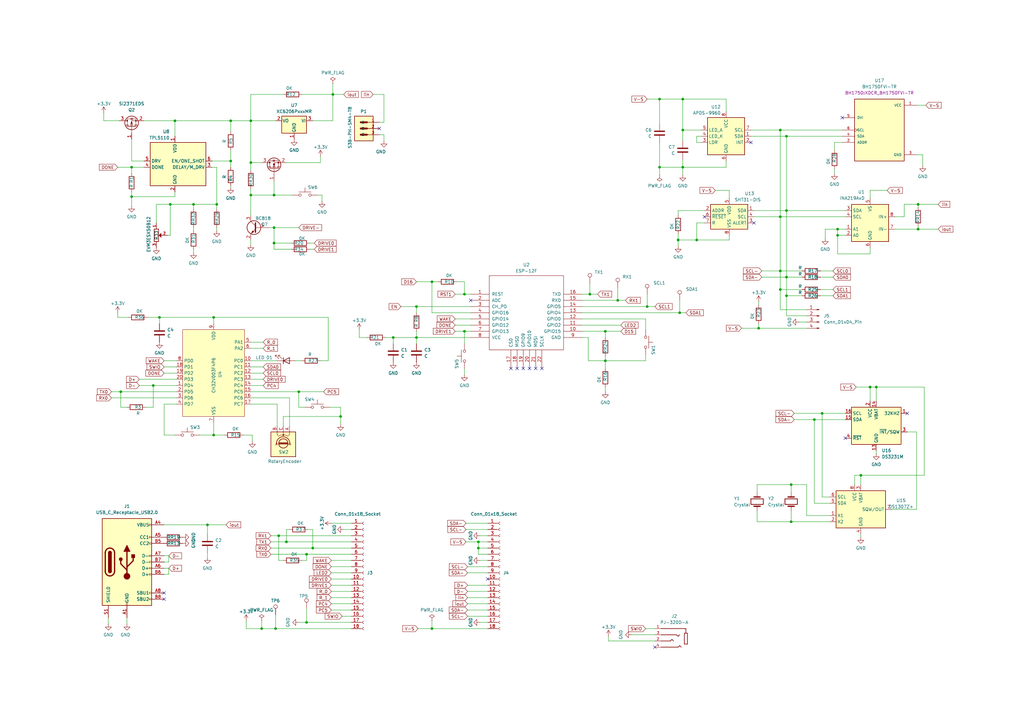
<source format=kicad_sch>
(kicad_sch (version 20230121) (generator eeschema)
  (paper "A3")
  (junction (at 343.535 96.52))
  (junction (at 280.035 53.34))
  (junction (at 320.04 111.125))
  (junction (at 87.63 178.435))
  (junction (at 343.535 93.98))
  (junction (at 49.53 160.655))
  (junction (at 161.29 138.43))
  (junction (at 356.87 158.75))
  (junction (at 85.09 215.265))
  (junction (at 128.27 224.79))
  (junction (at 248.285 147.955))
  (junction (at 94.615 66.04))
  (junction (at 359.41 158.75))
  (junction (at 62.865 158.115))
  (junction (at 320.04 118.745))
  (junction (at 177.165 257.81))
  (junction (at 334.01 172.085))
  (junction (at 320.04 53.34))
  (junction (at 139.7 170.815))
  (junction (at 88.9 83.82))
  (junction (at 196.215 224.79))
  (junction (at 322.58 86.36))
  (junction (at 112.395 99.695))
  (junction (at 253.365 123.19))
  (junction (at 376.555 93.98))
  (junction (at 122.555 160.655))
  (junction (at 125.73 255.27))
  (junction (at 270.51 68.58))
  (junction (at 322.58 55.88))
  (junction (at 265.43 125.73))
  (junction (at 170.815 138.43))
  (junction (at 324.485 198.755))
  (junction (at 353.06 194.945))
  (junction (at 53.975 80.645))
  (junction (at 278.765 128.27))
  (junction (at 79.375 83.82))
  (junction (at 280.035 68.58))
  (junction (at 280.035 40.64))
  (junction (at 53.975 68.58))
  (junction (at 324.485 213.995))
  (junction (at 87.63 130.175))
  (junction (at 177.165 115.57))
  (junction (at 107.315 257.81))
  (junction (at 322.58 113.665))
  (junction (at 320.04 88.9))
  (junction (at 113.03 257.81))
  (junction (at 196.215 222.25))
  (junction (at 270.51 40.64))
  (junction (at 112.395 93.345))
  (junction (at 248.285 135.89))
  (junction (at 125.73 227.33))
  (junction (at 102.87 49.53))
  (junction (at 322.58 121.285))
  (junction (at 69.85 83.82))
  (junction (at 190.5 135.89))
  (junction (at 190.5 120.65))
  (junction (at 170.815 125.73))
  (junction (at 112.395 80.01))
  (junction (at 285.75 98.425))
  (junction (at 376.555 83.82))
  (junction (at 278.13 98.425))
  (junction (at 117.475 222.25))
  (junction (at 337.185 169.545))
  (junction (at 114.3 219.71))
  (junction (at 102.87 66.675))
  (junction (at 241.935 120.65))
  (junction (at 94.615 49.53))
  (junction (at 102.87 80.01))
  (junction (at 311.15 134.62))
  (junction (at 136.525 38.735))
  (junction (at 65.405 130.175))
  (junction (at 71.755 49.53))
  (no_connect (at 309.245 91.44))
  (no_connect (at 214.63 151.13))
  (no_connect (at 268.605 265.43))
  (no_connect (at 209.55 151.13))
  (no_connect (at 193.04 123.19))
  (no_connect (at 67.31 243.205))
  (no_connect (at 307.975 58.42))
  (no_connect (at 200.025 237.49))
  (no_connect (at 372.11 169.545))
  (no_connect (at 219.71 151.13))
  (no_connect (at 212.09 151.13))
  (no_connect (at 67.31 245.745))
  (no_connect (at 288.925 88.9))
  (no_connect (at 345.44 48.26))
  (no_connect (at 222.25 151.13))
  (no_connect (at 346.71 179.705))
  (no_connect (at 217.17 151.13))
  (no_connect (at 155.575 52.705))
  (wire (pts (xy 130.175 80.01) (xy 132.08 80.01)))
  (wire (pts (xy 170.815 125.73) (xy 170.815 128.27)))
  (wire (pts (xy 67.31 150.495) (xy 72.39 150.495)))
  (wire (pts (xy 102.87 147.955) (xy 113.665 147.955)))
  (wire (pts (xy 131.445 66.675) (xy 117.475 66.675)))
  (wire (pts (xy 356.87 158.75) (xy 356.87 164.465)))
  (wire (pts (xy 322.58 121.285) (xy 322.58 113.665)))
  (wire (pts (xy 324.485 213.995) (xy 340.36 213.995)))
  (wire (pts (xy 158.115 138.43) (xy 161.29 138.43)))
  (wire (pts (xy 249.555 260.985) (xy 249.555 262.89)))
  (wire (pts (xy 170.815 138.43) (xy 170.815 140.97)))
  (wire (pts (xy 264.795 147.955) (xy 248.285 147.955)))
  (wire (pts (xy 122.555 167.005) (xy 125.095 167.005)))
  (wire (pts (xy 187.325 115.57) (xy 190.5 115.57)))
  (wire (pts (xy 287.655 58.42) (xy 285.75 58.42)))
  (wire (pts (xy 248.285 135.89) (xy 254.635 135.89)))
  (wire (pts (xy 310.515 201.93) (xy 310.515 198.755)))
  (wire (pts (xy 311.15 134.62) (xy 330.835 134.62)))
  (wire (pts (xy 238.76 120.65) (xy 241.935 120.65)))
  (wire (pts (xy 52.07 167.005) (xy 49.53 167.005)))
  (wire (pts (xy 359.41 158.75) (xy 359.41 164.465)))
  (wire (pts (xy 69.215 230.505) (xy 67.31 230.505)))
  (wire (pts (xy 285.75 55.88) (xy 287.655 55.88)))
  (wire (pts (xy 196.215 227.33) (xy 196.215 224.79)))
  (wire (pts (xy 320.04 53.34) (xy 320.04 88.9)))
  (wire (pts (xy 248.285 158.75) (xy 248.285 160.655)))
  (wire (pts (xy 94.615 76.2) (xy 94.615 76.835)))
  (wire (pts (xy 147.32 135.255) (xy 147.32 138.43)))
  (wire (pts (xy 259.08 260.35) (xy 268.605 260.35)))
  (wire (pts (xy 350.52 194.945) (xy 353.06 194.945)))
  (wire (pts (xy 278.13 88.265) (xy 278.13 86.36)))
  (wire (pts (xy 136.525 38.735) (xy 136.525 49.53)))
  (wire (pts (xy 125.73 255.27) (xy 144.145 255.27)))
  (wire (pts (xy 157.48 38.735) (xy 153.035 38.735)))
  (wire (pts (xy 350.52 194.945) (xy 350.52 198.755)))
  (wire (pts (xy 94.615 49.53) (xy 71.755 49.53)))
  (wire (pts (xy 337.185 203.835) (xy 337.185 169.545)))
  (wire (pts (xy 376.555 83.82) (xy 376.555 85.09)))
  (wire (pts (xy 128.905 102.235) (xy 127 102.235)))
  (wire (pts (xy 135.89 245.11) (xy 144.145 245.11)))
  (wire (pts (xy 122.555 167.005) (xy 122.555 160.655)))
  (wire (pts (xy 107.95 142.875) (xy 102.87 142.875)))
  (wire (pts (xy 53.975 66.04) (xy 53.975 57.15)))
  (wire (pts (xy 285.75 58.42) (xy 285.75 55.88)))
  (wire (pts (xy 280.035 53.34) (xy 280.035 57.785)))
  (wire (pts (xy 72.39 165.735) (xy 67.31 165.735)))
  (wire (pts (xy 343.535 93.98) (xy 338.455 93.98)))
  (wire (pts (xy 107.315 257.81) (xy 113.03 257.81)))
  (wire (pts (xy 102.87 155.575) (xy 107.95 155.575)))
  (wire (pts (xy 307.975 55.88) (xy 322.58 55.88)))
  (wire (pts (xy 336.55 111.125) (xy 341.63 111.125)))
  (wire (pts (xy 179.705 115.57) (xy 177.165 115.57)))
  (wire (pts (xy 351.155 158.75) (xy 356.87 158.75)))
  (wire (pts (xy 125.73 229.87) (xy 125.73 227.33)))
  (wire (pts (xy 375.92 63.5) (xy 378.46 63.5)))
  (wire (pts (xy 134.62 147.955) (xy 134.62 130.175)))
  (wire (pts (xy 48.26 128.27) (xy 48.26 130.175)))
  (wire (pts (xy 111.125 219.71) (xy 114.3 219.71)))
  (wire (pts (xy 337.185 169.545) (xy 346.71 169.545)))
  (wire (pts (xy 191.77 250.19) (xy 200.025 250.19)))
  (wire (pts (xy 297.815 66.04) (xy 297.815 68.58)))
  (wire (pts (xy 177.165 257.81) (xy 200.025 257.81)))
  (wire (pts (xy 280.035 71.755) (xy 280.035 68.58)))
  (wire (pts (xy 69.215 235.585) (xy 67.31 235.585)))
  (wire (pts (xy 71.755 80.645) (xy 53.975 80.645)))
  (wire (pts (xy 196.85 229.87) (xy 200.025 229.87)))
  (wire (pts (xy 135.255 167.005) (xy 139.7 167.005)))
  (wire (pts (xy 278.13 98.425) (xy 278.13 100.965)))
  (wire (pts (xy 353.06 194.945) (xy 353.06 198.755)))
  (wire (pts (xy 59.055 66.04) (xy 53.975 66.04)))
  (wire (pts (xy 186.69 135.89) (xy 190.5 135.89)))
  (wire (pts (xy 71.755 49.53) (xy 59.055 49.53)))
  (wire (pts (xy 135.89 214.63) (xy 144.145 214.63)))
  (wire (pts (xy 265.43 40.64) (xy 270.51 40.64)))
  (wire (pts (xy 375.92 43.18) (xy 379.73 43.18)))
  (wire (pts (xy 278.13 98.425) (xy 285.75 98.425)))
  (wire (pts (xy 59.69 167.005) (xy 62.865 167.005)))
  (wire (pts (xy 343.535 96.52) (xy 343.535 104.14)))
  (wire (pts (xy 353.06 219.075) (xy 353.06 220.345)))
  (wire (pts (xy 88.9 68.58) (xy 88.9 83.82)))
  (wire (pts (xy 140.335 252.73) (xy 144.145 252.73)))
  (wire (pts (xy 45.72 163.195) (xy 72.39 163.195)))
  (wire (pts (xy 42.545 46.355) (xy 42.545 49.53)))
  (wire (pts (xy 79.375 93.345) (xy 79.375 94.615)))
  (wire (pts (xy 131.445 64.135) (xy 131.445 66.675)))
  (wire (pts (xy 248.285 146.05) (xy 248.285 147.955)))
  (wire (pts (xy 170.815 138.43) (xy 193.04 138.43)) (stroke (width 0) (color 0 132 0 1)))
  (wire (pts (xy 190.5 120.65) (xy 186.69 120.65)))
  (wire (pts (xy 330.835 129.54) (xy 322.58 129.54)))
  (wire (pts (xy 376.555 83.82) (xy 384.81 83.82)))
  (wire (pts (xy 53.975 78.74) (xy 53.975 80.645)))
  (wire (pts (xy 342.265 61.595) (xy 342.265 58.42)))
  (wire (pts (xy 309.245 86.36) (xy 322.58 86.36)))
  (wire (pts (xy 85.09 215.265) (xy 67.31 215.265)))
  (wire (pts (xy 112.395 74.295) (xy 112.395 80.01)))
  (wire (pts (xy 170.815 115.57) (xy 177.165 115.57)))
  (wire (pts (xy 330.835 198.755) (xy 324.485 198.755)))
  (wire (pts (xy 114.3 219.71) (xy 144.145 219.71)))
  (wire (pts (xy 346.71 93.98) (xy 343.535 93.98)))
  (wire (pts (xy 170.815 135.89) (xy 170.815 138.43)))
  (wire (pts (xy 72.39 147.955) (xy 67.31 147.955)))
  (wire (pts (xy 200.025 227.33) (xy 196.215 227.33)))
  (wire (pts (xy 238.76 133.35) (xy 254.635 133.35)))
  (wire (pts (xy 328.93 121.285) (xy 322.58 121.285)))
  (wire (pts (xy 107.315 254.635) (xy 107.315 257.81)))
  (wire (pts (xy 288.925 91.44) (xy 285.75 91.44)))
  (wire (pts (xy 114.3 229.87) (xy 114.3 219.71)))
  (wire (pts (xy 340.36 203.835) (xy 337.185 203.835)))
  (wire (pts (xy 270.51 40.64) (xy 270.51 50.8)))
  (wire (pts (xy 139.7 170.815) (xy 139.7 173.99)))
  (wire (pts (xy 112.395 102.235) (xy 119.38 102.235)))
  (wire (pts (xy 193.04 120.65) (xy 190.5 120.65)))
  (wire (pts (xy 196.85 255.27) (xy 200.025 255.27)))
  (wire (pts (xy 322.58 86.36) (xy 346.71 86.36)))
  (wire (pts (xy 102.87 165.735) (xy 113.665 165.735)))
  (wire (pts (xy 135.89 232.41) (xy 144.145 232.41)))
  (wire (pts (xy 112.395 80.01) (xy 102.87 80.01)))
  (wire (pts (xy 378.46 63.5) (xy 378.46 67.945)))
  (wire (pts (xy 67.31 233.045) (xy 69.215 233.045)))
  (wire (pts (xy 79.375 83.82) (xy 69.85 83.82)))
  (wire (pts (xy 370.84 83.82) (xy 370.84 88.9)))
  (wire (pts (xy 297.815 40.64) (xy 280.035 40.64)))
  (wire (pts (xy 62.865 158.115) (xy 62.865 167.005)))
  (wire (pts (xy 49.53 167.005) (xy 49.53 160.655)))
  (wire (pts (xy 113.665 165.735) (xy 113.665 174.625)))
  (wire (pts (xy 128.27 217.17) (xy 126.365 217.17)))
  (wire (pts (xy 135.89 234.95) (xy 144.145 234.95)))
  (wire (pts (xy 304.165 134.62) (xy 311.15 134.62)))
  (wire (pts (xy 312.42 111.125) (xy 320.04 111.125)))
  (wire (pts (xy 338.455 93.98) (xy 338.455 97.79)))
  (wire (pts (xy 376.555 93.98) (xy 384.81 93.98)))
  (wire (pts (xy 79.375 85.725) (xy 79.375 83.82)))
  (wire (pts (xy 116.205 170.815) (xy 139.7 170.815)))
  (wire (pts (xy 379.095 158.75) (xy 379.095 194.945)))
  (wire (pts (xy 376.555 83.82) (xy 370.84 83.82)))
  (wire (pts (xy 87.63 173.355) (xy 87.63 178.435)))
  (wire (pts (xy 102.87 163.195) (xy 118.745 163.195)))
  (wire (pts (xy 103.505 178.435) (xy 103.505 180.975)))
  (wire (pts (xy 102.87 158.115) (xy 107.95 158.115)))
  (wire (pts (xy 177.165 254.635) (xy 177.165 257.81)))
  (wire (pts (xy 278.13 86.36) (xy 288.925 86.36)))
  (wire (pts (xy 42.545 49.53) (xy 48.895 49.53)))
  (wire (pts (xy 150.495 138.43) (xy 147.32 138.43)))
  (wire (pts (xy 322.58 86.36) (xy 322.58 113.665)))
  (wire (pts (xy 320.04 111.125) (xy 328.93 111.125)))
  (wire (pts (xy 280.035 65.405) (xy 280.035 68.58)))
  (wire (pts (xy 100.965 254.635) (xy 100.965 257.81)))
  (wire (pts (xy 238.76 135.89) (xy 248.285 135.89)))
  (wire (pts (xy 87.63 132.715) (xy 87.63 130.175)))
  (wire (pts (xy 65.405 130.175) (xy 87.63 130.175)))
  (wire (pts (xy 67.31 178.435) (xy 71.755 178.435)))
  (wire (pts (xy 359.41 158.75) (xy 379.095 158.75)))
  (wire (pts (xy 325.755 172.085) (xy 334.01 172.085)))
  (wire (pts (xy 85.09 228.6) (xy 85.09 226.695)))
  (wire (pts (xy 139.7 167.005) (xy 139.7 170.815)))
  (wire (pts (xy 113.03 257.81) (xy 144.145 257.81)))
  (wire (pts (xy 111.125 222.25) (xy 117.475 222.25)))
  (wire (pts (xy 161.29 138.43) (xy 170.815 138.43)) (stroke (width 0) (color 0 132 0 1)))
  (wire (pts (xy 81.915 178.435) (xy 87.63 178.435)))
  (wire (pts (xy 102.87 77.47) (xy 102.87 80.01)))
  (wire (pts (xy 94.615 61.595) (xy 94.615 66.04)))
  (wire (pts (xy 53.975 68.58) (xy 53.975 71.12)))
  (wire (pts (xy 320.04 53.34) (xy 345.44 53.34)))
  (wire (pts (xy 376.555 93.98) (xy 367.03 93.98)))
  (wire (pts (xy 123.825 229.87) (xy 125.73 229.87)))
  (wire (pts (xy 136.525 38.735) (xy 140.97 38.735)))
  (wire (pts (xy 157.48 50.165) (xy 155.575 50.165)))
  (wire (pts (xy 122.555 255.27) (xy 125.73 255.27)))
  (wire (pts (xy 125.73 249.555) (xy 125.73 255.27)))
  (wire (pts (xy 311.15 132.715) (xy 311.15 134.62)))
  (wire (pts (xy 112.395 93.345) (xy 110.49 93.345)))
  (wire (pts (xy 359.41 158.75) (xy 356.87 158.75)))
  (wire (pts (xy 253.365 123.19) (xy 238.76 123.19)))
  (wire (pts (xy 312.42 113.665) (xy 322.58 113.665)))
  (wire (pts (xy 310.515 209.55) (xy 310.515 213.995)))
  (wire (pts (xy 320.04 111.125) (xy 320.04 118.745)))
  (wire (pts (xy 123.825 147.955) (xy 121.285 147.955)))
  (wire (pts (xy 157.48 38.735) (xy 157.48 50.165)))
  (wire (pts (xy 278.765 128.27) (xy 281.305 128.27)))
  (wire (pts (xy 102.87 38.735) (xy 102.87 49.53)))
  (wire (pts (xy 270.51 68.58) (xy 270.51 71.755)))
  (wire (pts (xy 68.707 96.52) (xy 69.85 96.52)))
  (wire (pts (xy 196.85 219.71) (xy 200.025 219.71)))
  (wire (pts (xy 86.995 66.04) (xy 94.615 66.04)))
  (wire (pts (xy 280.035 40.64) (xy 270.51 40.64)))
  (wire (pts (xy 190.5 140.97) (xy 190.5 135.89)))
  (wire (pts (xy 122.555 93.345) (xy 112.395 93.345)))
  (wire (pts (xy 241.935 116.205) (xy 241.935 120.65)))
  (wire (pts (xy 191.77 252.73) (xy 200.025 252.73)))
  (wire (pts (xy 346.71 96.52) (xy 343.535 96.52)))
  (wire (pts (xy 342.265 69.215) (xy 342.265 71.12)))
  (wire (pts (xy 307.975 53.34) (xy 320.04 53.34)))
  (wire (pts (xy 65.405 130.175) (xy 65.405 132.715)))
  (wire (pts (xy 177.165 128.27) (xy 193.04 128.27)))
  (wire (pts (xy 64.135 83.82) (xy 64.135 91.44)))
  (wire (pts (xy 94.615 49.53) (xy 94.615 53.975)))
  (wire (pts (xy 356.87 101.6) (xy 356.87 104.14)))
  (wire (pts (xy 122.555 160.655) (xy 102.87 160.655)))
  (wire (pts (xy 88.9 85.725) (xy 88.9 83.82)))
  (wire (pts (xy 248.285 147.955) (xy 248.285 151.13)))
  (wire (pts (xy 49.53 160.655) (xy 72.39 160.655)))
  (wire (pts (xy 336.55 121.285) (xy 341.63 121.285)))
  (wire (pts (xy 116.205 229.87) (xy 114.3 229.87)))
  (wire (pts (xy 102.87 80.01) (xy 102.87 88.265)))
  (wire (pts (xy 177.165 115.57) (xy 177.165 128.27)))
  (wire (pts (xy 336.55 113.665) (xy 341.63 113.665)))
  (wire (pts (xy 193.04 133.35) (xy 186.69 133.35)))
  (wire (pts (xy 118.745 163.195) (xy 118.745 174.625)))
  (wire (pts (xy 278.13 95.885) (xy 278.13 98.425)))
  (wire (pts (xy 293.37 78.105) (xy 299.085 78.105)))
  (wire (pts (xy 299.085 78.105) (xy 299.085 81.28)))
  (wire (pts (xy 128.27 217.17) (xy 128.27 224.79)))
  (wire (pts (xy 102.87 66.675) (xy 102.87 69.85)))
  (wire (pts (xy 191.77 240.03) (xy 200.025 240.03)))
  (wire (pts (xy 69.215 227.965) (xy 69.215 230.505)))
  (wire (pts (xy 125.73 227.33) (xy 144.145 227.33)))
  (wire (pts (xy 334.01 172.085) (xy 334.01 206.375)))
  (wire (pts (xy 132.08 80.01) (xy 132.08 82.55)))
  (wire (pts (xy 135.89 247.65) (xy 144.145 247.65)))
  (wire (pts (xy 99.695 178.435) (xy 103.505 178.435)))
  (wire (pts (xy 71.755 49.53) (xy 71.755 55.88)))
  (wire (pts (xy 45.72 160.655) (xy 49.53 160.655)))
  (wire (pts (xy 238.76 130.81) (xy 264.795 130.81)))
  (wire (pts (xy 238.76 138.43) (xy 241.3 138.43)))
  (wire (pts (xy 59.055 68.58) (xy 53.975 68.58)))
  (wire (pts (xy 44.45 253.365) (xy 44.45 255.905)))
  (wire (pts (xy 343.535 93.98) (xy 343.535 96.52)))
  (wire (pts (xy 299.085 96.52) (xy 299.085 98.425)))
  (wire (pts (xy 248.285 135.89) (xy 248.285 138.43)))
  (wire (pts (xy 238.76 128.27) (xy 278.765 128.27)))
  (wire (pts (xy 324.485 209.55) (xy 324.485 213.995)))
  (wire (pts (xy 135.89 240.03) (xy 144.145 240.03)))
  (wire (pts (xy 57.15 155.575) (xy 72.39 155.575)))
  (wire (pts (xy 280.035 68.58) (xy 270.51 68.58)))
  (wire (pts (xy 62.865 158.115) (xy 72.39 158.115)))
  (wire (pts (xy 94.615 49.53) (xy 102.87 49.53)))
  (wire (pts (xy 87.63 178.435) (xy 92.075 178.435)))
  (wire (pts (xy 128.27 224.79) (xy 144.145 224.79)))
  (wire (pts (xy 196.215 224.79) (xy 196.215 222.25)))
  (wire (pts (xy 359.41 184.785) (xy 359.41 186.055)))
  (wire (pts (xy 69.215 233.045) (xy 69.215 235.585)))
  (wire (pts (xy 92.71 215.265) (xy 85.09 215.265)))
  (wire (pts (xy 320.04 88.9) (xy 346.71 88.9)))
  (wire (pts (xy 191.77 234.95) (xy 200.025 234.95)))
  (wire (pts (xy 164.465 125.73) (xy 170.815 125.73)) (stroke (width 0) (color 0 132 0 1)))
  (wire (pts (xy 309.245 88.9) (xy 320.04 88.9)))
  (wire (pts (xy 327.66 132.08) (xy 330.835 132.08)))
  (wire (pts (xy 238.76 125.73) (xy 265.43 125.73)))
  (wire (pts (xy 334.01 172.085) (xy 346.71 172.085)))
  (wire (pts (xy 264.795 257.81) (xy 268.605 257.81)))
  (wire (pts (xy 322.58 113.665) (xy 328.93 113.665)))
  (wire (pts (xy 190.5 135.89) (xy 193.04 135.89)))
  (wire (pts (xy 265.43 125.73) (xy 268.605 125.73)))
  (wire (pts (xy 117.475 217.17) (xy 118.745 217.17)))
  (wire (pts (xy 191.135 217.17) (xy 200.025 217.17)))
  (wire (pts (xy 102.87 98.425) (xy 102.87 100.33)))
  (wire (pts (xy 248.285 147.955) (xy 241.3 147.955)))
  (wire (pts (xy 67.31 227.965) (xy 69.215 227.965)))
  (wire (pts (xy 370.84 88.9) (xy 367.03 88.9)))
  (wire (pts (xy 322.58 55.88) (xy 345.44 55.88)))
  (wire (pts (xy 135.89 242.57) (xy 144.145 242.57)))
  (wire (pts (xy 57.15 158.115) (xy 62.865 158.115)))
  (wire (pts (xy 322.58 55.88) (xy 322.58 86.36)))
  (wire (pts (xy 310.515 213.995) (xy 324.485 213.995)))
  (wire (pts (xy 340.36 211.455) (xy 330.835 211.455)))
  (wire (pts (xy 336.55 118.745) (xy 341.63 118.745)))
  (wire (pts (xy 241.3 138.43) (xy 241.3 147.955)))
  (wire (pts (xy 140.97 217.17) (xy 144.145 217.17)))
  (wire (pts (xy 52.07 253.365) (xy 52.07 255.905)))
  (wire (pts (xy 322.58 129.54) (xy 322.58 121.285)))
  (wire (pts (xy 112.395 102.235) (xy 112.395 99.695)))
  (wire (pts (xy 191.77 232.41) (xy 200.025 232.41)))
  (wire (pts (xy 193.04 130.81) (xy 186.69 130.81)))
  (wire (pts (xy 53.975 68.58) (xy 48.26 68.58)))
  (wire (pts (xy 53.975 80.645) (xy 53.975 84.455)))
  (wire (pts (xy 157.48 55.245) (xy 157.48 57.785)))
  (wire (pts (xy 249.555 262.89) (xy 268.605 262.89)))
  (wire (pts (xy 67.31 165.735) (xy 67.31 178.435)))
  (wire (pts (xy 334.01 206.375) (xy 340.36 206.375)))
  (wire (pts (xy 190.5 115.57) (xy 190.5 120.65)))
  (wire (pts (xy 171.45 257.81) (xy 177.165 257.81)))
  (wire (pts (xy 128.27 49.53) (xy 136.525 49.53)))
  (wire (pts (xy 287.655 53.34) (xy 280.035 53.34)))
  (wire (pts (xy 356.87 78.105) (xy 356.87 81.28)))
  (wire (pts (xy 375.92 208.915) (xy 365.76 208.915)))
  (wire (pts (xy 88.9 93.345) (xy 88.9 94.615)))
  (wire (pts (xy 102.87 153.035) (xy 107.95 153.035)))
  (wire (pts (xy 241.935 120.65) (xy 245.11 120.65)))
  (wire (pts (xy 79.375 102.235) (xy 79.375 103.505)))
  (wire (pts (xy 325.755 169.545) (xy 337.185 169.545)))
  (wire (pts (xy 280.035 40.64) (xy 280.035 53.34)))
  (wire (pts (xy 330.835 211.455) (xy 330.835 198.755)))
  (wire (pts (xy 79.375 83.82) (xy 88.9 83.82)))
  (wire (pts (xy 107.315 66.675) (xy 102.87 66.675)))
  (wire (pts (xy 131.445 147.955) (xy 134.62 147.955)))
  (wire (pts (xy 372.11 177.165) (xy 375.92 177.165)))
  (wire (pts (xy 135.89 237.49) (xy 144.145 237.49)))
  (wire (pts (xy 363.855 78.105) (xy 356.87 78.105)))
  (wire (pts (xy 278.765 123.19) (xy 278.765 128.27)))
  (wire (pts (xy 86.995 68.58) (xy 88.9 68.58)))
  (wire (pts (xy 265.43 120.65) (xy 265.43 125.73)))
  (wire (pts (xy 375.92 177.165) (xy 375.92 208.915)))
  (wire (pts (xy 107.95 140.335) (xy 102.87 140.335)))
  (wire (pts (xy 285.75 98.425) (xy 299.085 98.425)))
  (wire (pts (xy 342.265 58.42) (xy 345.44 58.42)))
  (wire (pts (xy 116.205 174.625) (xy 116.205 170.815)))
  (wire (pts (xy 253.365 118.11) (xy 253.365 123.19)))
  (wire (pts (xy 191.77 242.57) (xy 200.025 242.57)))
  (wire (pts (xy 328.93 118.745) (xy 320.04 118.745)))
  (wire (pts (xy 356.87 104.14) (xy 343.535 104.14)))
  (wire (pts (xy 112.395 99.695) (xy 112.395 93.345)))
  (wire (pts (xy 170.815 125.73) (xy 193.04 125.73)) (stroke (width 0) (color 0 132 0 1)))
  (wire (pts (xy 200.025 224.79) (xy 196.215 224.79)))
  (wire (pts (xy 256.54 123.19) (xy 253.365 123.19)))
  (wire (pts (xy 191.77 247.65) (xy 200.025 247.65)))
  (wire (pts (xy 376.555 93.98) (xy 376.555 92.71)))
  (wire (pts (xy 128.905 99.695) (xy 127 99.695)))
  (wire (pts (xy 48.26 130.175) (xy 52.705 130.175)))
  (wire (pts (xy 122.555 160.655) (xy 132.715 160.655)))
  (wire (pts (xy 324.485 198.755) (xy 324.485 201.93)))
  (wire (pts (xy 330.835 127) (xy 320.04 127)))
  (wire (pts (xy 297.815 40.64) (xy 297.815 45.72)))
  (wire (pts (xy 191.135 214.63) (xy 200.025 214.63)))
  (wire (pts (xy 60.325 130.175) (xy 65.405 130.175)))
  (wire (pts (xy 155.575 55.245) (xy 157.48 55.245)))
  (wire (pts (xy 196.215 222.25) (xy 200.025 222.25)))
  (wire (pts (xy 135.89 250.19) (xy 144.145 250.19)))
  (wire (pts (xy 102.87 150.495) (xy 107.95 150.495)))
  (wire (pts (xy 102.87 49.53) (xy 102.87 66.675)))
  (wire (pts (xy 191.135 222.25) (xy 196.215 222.25)))
  (wire (pts (xy 285.75 91.44) (xy 285.75 98.425)))
  (wire (pts (xy 71.755 78.74) (xy 71.755 80.645)))
  (wire (pts (xy 102.87 38.735) (xy 116.205 38.735)))
  (wire (pts (xy 112.395 99.695) (xy 119.38 99.695)))
  (wire (pts (xy 123.825 38.735) (xy 136.525 38.735)))
  (wire (pts (xy 320.04 118.745) (xy 320.04 127)))
  (wire (pts (xy 270.51 68.58) (xy 270.51 58.42)))
  (wire (pts (xy 111.125 227.33) (xy 125.73 227.33)))
  (wire (pts (xy 297.815 68.58) (xy 280.035 68.58)))
  (wire (pts (xy 134.62 130.175) (xy 87.63 130.175)))
  (wire (pts (xy 117.475 217.17) (xy 117.475 222.25)))
  (wire (pts (xy 136.525 34.29) (xy 136.525 38.735)))
  (wire (pts (xy 67.31 153.035) (xy 72.39 153.035)))
  (wire (pts (xy 111.125 224.79) (xy 128.27 224.79)))
  (wire (pts (xy 94.615 66.04) (xy 94.615 68.58)))
  (wire (pts (xy 190.5 151.13) (xy 190.5 153.67)))
  (wire (pts (xy 102.87 49.53) (xy 113.03 49.53)))
  (wire (pts (xy 191.77 245.11) (xy 200.025 245.11)))
  (wire (pts (xy 161.29 138.43) (xy 161.29 140.97)))
  (wire (pts (xy 135.89 229.87) (xy 144.145 229.87)))
  (wire (pts (xy 320.04 88.9) (xy 320.04 111.125)))
  (wire (pts (xy 353.06 194.945) (xy 379.095 194.945)))
  (wire (pts (xy 310.515 198.755) (xy 324.485 198.755)))
  (wire (pts (xy 85.09 215.265) (xy 85.09 219.075)))
  (wire (pts (xy 69.85 83.82) (xy 69.85 96.52)))
  (wire (pts (xy 100.965 257.81) (xy 107.315 257.81)))
  (wire (pts (xy 112.395 80.01) (xy 120.015 80.01)))
  (wire (pts (xy 113.03 252.095) (xy 113.03 257.81)))
  (wire (pts (xy 311.15 125.095) (xy 311.15 123.825)))
  (wire (pts (xy 264.795 135.255) (xy 264.795 130.81)))
  (wire (pts (xy 264.795 145.415) (xy 264.795 147.955)))
  (wire (pts (xy 64.135 83.82) (xy 69.85 83.82)))
  (wire (pts (xy 117.475 222.25) (xy 144.145 222.25)))
  (global_label "D+" (shape input) (at 69.215 233.045 0) (property "Intersheetrefs" "${INTERSHEET_REFS}" (effects hide)))
  (global_label "WAKE" (shape input) (at 67.31 147.955 180) (property "Intersheetrefs" "${INTERSHEET_REFS}" (effects hide)))
  (global_label "iin" (shape input) (at 153.035 38.735 180) (property "Intersheetrefs" "${INTERSHEET_REFS}" (effects hide)))
  (global_label "SDA1" (shape input) (at 281.305 128.27 0) (property "Intersheetrefs" "${INTERSHEET_REFS}" (effects hide)))
  (global_label "DRIVE0" (shape input) (at 135.89 237.49 180) (property "Intersheetrefs" "${INTERSHEET_REFS}" (effects hide)))
  (global_label "RX1" (shape input) (at 256.54 123.19 0) (property "Intersheetrefs" "${INTERSHEET_REFS}" (effects hide)))
  (global_label "RX0" (shape input) (at 111.125 224.79 180) (property "Intersheetrefs" "${INTERSHEET_REFS}" (effects hide)))
  (global_label "iout" (shape input) (at 92.71 215.265 0) (property "Intersheetrefs" "${INTERSHEET_REFS}" (effects hide)))
  (global_label "RX0" (shape input) (at 45.72 163.195 180) (property "Intersheetrefs" "${INTERSHEET_REFS}" (effects hide)))
  (global_label "D+" (shape input) (at 57.15 155.575 180) (property "Intersheetrefs" "${INTERSHEET_REFS}" (effects hide)))
  (global_label "SCL-" (shape input) (at 325.755 169.545 180) (property "Intersheetrefs" "${INTERSHEET_REFS}" (effects hide)))
  (global_label "WAKE" (shape input) (at 135.89 229.87 180) (property "Intersheetrefs" "${INTERSHEET_REFS}" (effects hide)))
  (global_label "D-" (shape input) (at 191.77 242.57 180) (property "Intersheetrefs" "${INTERSHEET_REFS}" (effects hide)))
  (global_label "SDA-" (shape input) (at 312.42 113.665 180) (property "Intersheetrefs" "${INTERSHEET_REFS}" (effects hide)))
  (global_label "SWIO" (shape input) (at 67.31 150.495 180) (property "Intersheetrefs" "${INTERSHEET_REFS}" (effects hide)))
  (global_label "SCL0" (shape input) (at 107.95 153.035 0) (property "Intersheetrefs" "${INTERSHEET_REFS}" (effects hide)))
  (global_label "D-" (shape input) (at 57.15 158.115 180) (property "Intersheetrefs" "${INTERSHEET_REFS}" (effects hide)))
  (global_label "SDA0" (shape input) (at 107.95 150.495 0) (property "Intersheetrefs" "${INTERSHEET_REFS}" (effects hide)))
  (global_label "DRIVE1" (shape input) (at 186.69 135.89 180) (property "Intersheetrefs" "${INTERSHEET_REFS}" (effects hide)))
  (global_label "SCL-" (shape input) (at 191.77 232.41 180) (property "Intersheetrefs" "${INTERSHEET_REFS}" (effects hide)))
  (global_label "R_1" (shape input) (at 135.89 245.11 180) (property "Intersheetrefs" "${INTERSHEET_REFS}" (effects hide)))
  (global_label "SDA0" (shape input) (at 341.63 113.665 0) (property "Intersheetrefs" "${INTERSHEET_REFS}" (effects hide)))
  (global_label "SWIO" (shape input) (at 264.795 257.81 180) (property "Intersheetrefs" "${INTERSHEET_REFS}" (effects hide)))
  (global_label "SCL-" (shape input) (at 191.77 252.73 180) (property "Intersheetrefs" "${INTERSHEET_REFS}" (effects hide)))
  (global_label "R_0" (shape input) (at 107.95 140.335 0) (property "Intersheetrefs" "${INTERSHEET_REFS}" (effects hide)))
  (global_label "DONE" (shape input) (at 186.69 133.35 180) (property "Intersheetrefs" "${INTERSHEET_REFS}" (effects hide)))
  (global_label "TX1" (shape input) (at 111.125 222.25 180) (property "Intersheetrefs" "${INTERSHEET_REFS}" (effects hide)))
  (global_label "TX0" (shape input) (at 45.72 160.655 180) (property "Intersheetrefs" "${INTERSHEET_REFS}" (effects hide)))
  (global_label "SDA-" (shape input) (at 191.135 214.63 180) (property "Intersheetrefs" "${INTERSHEET_REFS}" (effects hide)))
  (global_label "iin" (shape input) (at 384.81 83.82 0) (property "Intersheetrefs" "${INTERSHEET_REFS}" (effects hide)))
  (global_label "iout" (shape input) (at 191.77 247.65 180) (property "Intersheetrefs" "${INTERSHEET_REFS}" (effects hide)))
  (global_label "D+" (shape input) (at 191.77 240.03 180) (property "Intersheetrefs" "${INTERSHEET_REFS}" (effects hide)))
  (global_label "DRIVE0" (shape input) (at 128.905 99.695 0) (property "Intersheetrefs" "${INTERSHEET_REFS}" (effects hide)))
  (global_label "LED2" (shape input) (at 254.635 133.35 0) (property "Intersheetrefs" "${INTERSHEET_REFS}" (effects hide)))
  (global_label "LED2" (shape input) (at 135.89 234.95 180) (property "Intersheetrefs" "${INTERSHEET_REFS}" (effects hide)))
  (global_label "D15" (shape input) (at 254.635 135.89 0) (property "Intersheetrefs" "${INTERSHEET_REFS}" (effects hide)))
  (global_label "PC5" (shape input) (at 135.89 250.19 180) (property "Intersheetrefs" "${INTERSHEET_REFS}" (effects hide)))
  (global_label "EN" (shape input) (at 164.465 125.73 180) (property "Intersheetrefs" "${INTERSHEET_REFS}" (effects hide)))
  (global_label "SCL-" (shape input) (at 191.135 217.17 180) (property "Intersheetrefs" "${INTERSHEET_REFS}" (effects hide)))
  (global_label "WAKE" (shape input) (at 186.69 130.81 180) (property "Intersheetrefs" "${INTERSHEET_REFS}" (effects hide)))
  (global_label "SWIO" (shape input) (at 140.335 252.73 180) (property "Intersheetrefs" "${INTERSHEET_REFS}" (effects hide)))
  (global_label "V-S" (shape input) (at 171.45 257.81 180) (property "Intersheetrefs" "${INTERSHEET_REFS}" (effects hide)))
  (global_label "PC4" (shape input) (at 107.95 158.115 0) (property "Intersheetrefs" "${INTERSHEET_REFS}" (effects hide)))
  (global_label "DRIVE-" (shape input) (at 122.555 93.345 0) (property "Intersheetrefs" "${INTERSHEET_REFS}" (effects hide)))
  (global_label "D-" (shape input) (at 69.215 227.965 0) (property "Intersheetrefs" "${INTERSHEET_REFS}" (effects hide)))
  (global_label "SDA1" (shape input) (at 341.63 121.285 0) (property "Intersheetrefs" "${INTERSHEET_REFS}" (effects hide)))
  (global_label "RX1" (shape input) (at 111.125 219.71 180) (property "Intersheetrefs" "${INTERSHEET_REFS}" (effects hide)))
  (global_label "V-S" (shape input) (at 379.73 43.18 0) (property "Intersheetrefs" "${INTERSHEET_REFS}" (effects hide)))
  (global_label "V-S" (shape input) (at 191.135 222.25 180) (property "Intersheetrefs" "${INTERSHEET_REFS}" (effects hide)))
  (global_label "V-S" (shape input) (at 351.155 158.75 180) (property "Intersheetrefs" "${INTERSHEET_REFS}" (effects hide)))
  (global_label "SDA-" (shape input) (at 191.77 234.95 180) (property "Intersheetrefs" "${INTERSHEET_REFS}" (effects hide)))
  (global_label "R_1" (shape input) (at 107.95 142.875 0) (property "Intersheetrefs" "${INTERSHEET_REFS}" (effects hide)))
  (global_label "iin" (shape input) (at 191.77 245.11 180) (property "Intersheetrefs" "${INTERSHEET_REFS}" (effects hide)))
  (global_label "DRIVE0" (shape input) (at 107.95 155.575 0) (property "Intersheetrefs" "${INTERSHEET_REFS}" (effects hide)))
  (global_label "V-S" (shape input) (at 293.37 78.105 180) (property "Intersheetrefs" "${INTERSHEET_REFS}" (effects hide)))
  (global_label "SCL1" (shape input) (at 268.605 125.73 0) (property "Intersheetrefs" "${INTERSHEET_REFS}" (effects hide)))
  (global_label "RST1" (shape input) (at 186.69 120.65 180) (property "Intersheetrefs" "${INTERSHEET_REFS}" (effects hide)))
  (global_label "SCL-" (shape input) (at 312.42 111.125 180) (property "Intersheetrefs" "${INTERSHEET_REFS}" (effects hide)))
  (global_label "V-S" (shape input) (at 265.43 40.64 180) (property "Intersheetrefs" "${INTERSHEET_REFS}" (effects hide)))
  (global_label "DONE" (shape input) (at 67.31 153.035 180) (property "Intersheetrefs" "${INTERSHEET_REFS}" (effects hide)))
  (global_label "V-S" (shape input) (at 304.165 134.62 180) (property "Intersheetrefs" "${INTERSHEET_REFS}" (effects hide)))
  (global_label "SDA-" (shape input) (at 191.77 250.19 180) (property "Intersheetrefs" "${INTERSHEET_REFS}" (effects hide)))
  (global_label "iout" (shape input) (at 384.81 93.98 0) (property "Intersheetrefs" "${INTERSHEET_REFS}" (effects hide)))
  (global_label "D16" (shape input) (at 170.815 115.57 180) (property "Intersheetrefs" "${INTERSHEET_REFS}" (effects hide)))
  (global_label "DONE" (shape input) (at 48.26 68.58 180) (property "Intersheetrefs" "${INTERSHEET_REFS}" (effects hide)))
  (global_label "SDA-" (shape input) (at 325.755 172.085 180) (property "Intersheetrefs" "${INTERSHEET_REFS}" (effects hide)))
  (global_label "SCL1" (shape input) (at 341.63 118.745 0) (property "Intersheetrefs" "${INTERSHEET_REFS}" (effects hide)))
  (global_label "PC4" (shape input) (at 135.89 247.65 180) (property "Intersheetrefs" "${INTERSHEET_REFS}" (effects hide)))
  (global_label "DRIVE1" (shape input) (at 135.89 240.03 180) (property "Intersheetrefs" "${INTERSHEET_REFS}" (effects hide)))
  (global_label "TX1" (shape input) (at 245.11 120.65 0) (property "Intersheetrefs" "${INTERSHEET_REFS}" (effects hide)))
  (global_label "R_0" (shape input) (at 135.89 242.57 180) (property "Intersheetrefs" "${INTERSHEET_REFS}" (effects hide)))
  (global_label "PC5" (shape input) (at 132.715 160.655 0) (property "Intersheetrefs" "${INTERSHEET_REFS}" (effects hide)))
  (global_label "DRIVE1" (shape input) (at 128.905 102.235 0) (property "Intersheetrefs" "${INTERSHEET_REFS}" (effects hide)))
  (global_label "SCL0" (shape input) (at 341.63 111.125 0) (property "Intersheetrefs" "${INTERSHEET_REFS}" (effects hide)))
  (global_label "DONE" (shape input) (at 135.89 232.41 180) (property "Intersheetrefs" "${INTERSHEET_REFS}" (effects hide)))
  (global_label "TX0" (shape input) (at 111.125 227.33 180) (property "Intersheetrefs" "${INTERSHEET_REFS}" (effects hide)))
  (global_label "iout" (shape input) (at 140.97 38.735 0) (property "Intersheetrefs" "${INTERSHEET_REFS}" (effects hide)))
  (global_label "V-S" (shape input) (at 363.855 78.105 0) (property "Intersheetrefs" "${INTERSHEET_REFS}" (effects hide)))
  (symbol (lib_id "Device:R") (at 53.975 74.93 180) (unit 1)
    (property "Reference" "R1" (at 53.975 72.39 90) (effects (justify left)))
    (property "Value" "R" (at 53.975 75.565 90) (effects (justify left)))
    (property "Footprint" "Resistor_SMD:R_0603_1608Metric" (effects hide))
  )
  (symbol (lib_id "Connector:TestPoint") (at 125.73 249.555 0) (mirror y) (unit 1)
    (property "Reference" "TP5" (at 126.365 244.475 0) (effects (justify left)))
    (property "Value" "TestPoint" (effects hide))
    (property "Footprint" "A_SensorNode:testpoint" (effects hide))
  )
  (symbol (lib_id "Device:C") (at 161.29 144.78 0) (unit 1)
    (property "Reference" "C1" (at 164.465 143.51 0) (effects (justify left)))
    (property "Value" "C" (at 164.465 146.05 0) (effects (justify left)))
    (property "Footprint" "Capacitor_SMD:C_0603_1608Metric" (effects hide))
  )
  (symbol (lib_id "Device:R") (at 311.15 128.905 180) (unit 1)
    (property "Reference" "R23" (at 311.15 126.365 90) (effects (justify left)))
    (property "Value" "0K" (at 308.61 128.27 90) (effects (justify left)))
    (property "Footprint" "Resistor_SMD:R_0603_1608Metric" (effects hide))
  )
  (symbol (lib_id "power:GND") (at 120.65 57.15 0) (unit 1)
    (property "Reference" "#PWR021" (effects hide))
    (property "Value" "GND" (at 120.65 61.595 0))
  )
  (symbol (lib_id "power:GND") (at 74.93 220.345 90) (mirror x) (unit 1)
    (property "Reference" "#PWR017" (effects hide))
    (property "Value" "GND" (at 79.375 220.345 0))
  )
  (symbol (lib_id "Connector:USB_C_Receptacle_USB2.0") (at 52.07 230.505 0) (unit 1)
    (property "Reference" "J1" (at 52.07 207.645 0))
    (property "Value" "USB_C_Receptacle_USB2.0" (at 52.07 210.185 0))
    (property "Footprint" "Connector_USB:USB_C_Receptacle_HRO_TYPE-C-31-M-12" (effects hide))
    (property "Datasheet" "https://www.usb.org/sites/default/files/documents/usb_type-c.zip" (effects hide))
  )
  (symbol (lib_id "Device:C") (at 65.405 136.525 0) (unit 1)
    (property "Reference" "C4" (at 68.58 135.255 0) (effects (justify left)))
    (property "Value" "C" (at 68.58 137.795 0) (effects (justify left)))
    (property "Footprint" "Capacitor_SMD:C_0603_1608Metric" (effects hide))
  )
  (symbol (lib_id "Device:Crystal") (at 324.485 205.74 90) (unit 1)
    (property "Reference" "Y2" (at 314.96 204.47 90) (effects (justify right)))
    (property "Value" "Crystal" (at 314.96 207.01 90) (effects (justify right)))
    (property "Footprint" "Crystal:Crystal_SMD_3215-2Pin_3.2x1.5mm" (effects hide))
  )
  (symbol (lib_id "Connector:TestPoint") (at 113.03 252.095 0) (unit 1)
    (property "Reference" "TP6" (at 111.125 246.38 0) (effects (justify left)))
    (property "Value" "TestPoint" (effects hide))
    (property "Footprint" "A_SensorNode:testpoint" (effects hide))
  )
  (symbol (lib_id "power:+3.3V") (at 48.26 128.27 0) (unit 1)
    (property "Reference" "#PWR040" (effects hide))
    (property "Value" "+3.3V" (at 48.26 124.46 0))
  )
  (symbol (lib_id "Transistor_FET:Si2371EDS") (at 53.975 52.07 90) (unit 1)
    (property "Reference" "Q2" (at 53.975 45.085 90))
    (property "Value" "Si2371EDS" (at 53.975 42.545 90))
    (property "Footprint" "Package_TO_SOT_SMD:SOT-23" (effects hide))
    (property "Datasheet" "http://www.vishay.com/docs/63924/si2371eds.pdf" (effects hide))
  )
  (symbol (lib_id "power:GND") (at 190.5 153.67 0) (unit 1)
    (property "Reference" "#PWR025" (effects hide))
    (property "Value" "GND" (at 190.5 158.115 0))
  )
  (symbol (lib_id "ESP8266:ESP-12F") (at 215.9 128.27 0) (unit 1)
    (property "Reference" "U2" (at 215.9 108.585 0))
    (property "Value" "ESP-12F" (at 215.9 111.125 0))
    (property "Footprint" "A_SensorNode:ESP12_SMD" (effects hide))
    (property "Datasheet" "http://l0l.org.uk/2014/12/esp8266-modules-hardware-guide-gotta-catch-em-all/" (effects hide))
  )
  (symbol (lib_id "Connector:Conn_01x18_Socket") (at 205.105 234.95 0) (unit 1)
    (property "Reference" "J4" (at 206.375 234.95 0) (effects (justify left)))
    (property "Value" "Conn_01x18_Socket" (at 193.04 210.82 0) (effects (justify left)))
    (property "Footprint" "Connector_PinSocket_2.54mm:PinSocket_1x18_P2.54mm_Vertical" (effects hide))
  )
  (symbol (lib_id "Device:R") (at 55.88 167.005 270) (mirror x) (unit 1)
    (property "Reference" "R3" (at 55.245 167.005 90) (effects (justify left)))
    (property "Value" "R" (at 55.88 169.545 90) (effects (justify left)))
    (property "Footprint" "Resistor_SMD:R_0603_1608Metric" (effects hide))
  )
  (symbol (lib_id "Timer:TPL5110") (at 71.755 66.04 0) (mirror y) (unit 1)
    (property "Reference" "U8" (at 69.5609 53.975 0) (effects (justify left)))
    (property "Value" "TPL5110" (at 69.5609 56.515 0) (effects (justify left)))
    (property "Footprint" "Package_TO_SOT_SMD:SOT-23-6" (effects hide))
    (property "Datasheet" "http://www.ti.com/lit/ds/symlink/tpl5110.pdf" (effects hide))
  )
  (symbol (lib_id "Device:R") (at 123.19 102.235 270) (mirror x) (unit 1)
    (property "Reference" "R34" (at 120.65 102.235 90) (effects (justify left)))
    (property "Value" "0K" (at 122.555 104.14 90) (effects (justify left)))
    (property "Footprint" "Resistor_SMD:R_0603_1608Metric" (effects hide))
  )
  (symbol (lib_id "power:PWR_FLAG") (at 136.525 34.29 0) (mirror y) (unit 1)
    (property "Reference" "#FLG03" (effects hide))
    (property "Value" "PWR_FLAG" (at 136.525 29.845 0))
  )
  (symbol (lib_id "Device:C") (at 170.815 144.78 0) (unit 1)
    (property "Reference" "C3" (at 173.99 143.51 0) (effects (justify left)))
    (property "Value" "C" (at 173.99 146.05 0) (effects (justify left)))
    (property "Footprint" "Capacitor_SMD:C_0603_1608Metric" (effects hide))
  )
  (symbol (lib_id "Device:R") (at 342.265 65.405 180) (unit 1)
    (property "Reference" "R28" (at 342.265 62.865 90) (effects (justify left)))
    (property "Value" "0K" (at 339.725 64.77 90) (effects (justify left)))
    (property "Footprint" "Resistor_SMD:R_0603_1608Metric" (effects hide))
  )
  (symbol (lib_id "Device:LED") (at 117.475 147.955 0) (mirror x) (unit 1)
    (property "Reference" "D1" (at 110.49 146.685 0))
    (property "Value" "LED" (at 106.68 146.685 0))
    (property "Footprint" "LED_SMD:LED_0603_1608Metric" (effects hide))
  )
  (symbol (lib_id "power:GND") (at 94.615 76.835 0) (unit 1)
    (property "Reference" "#PWR05" (effects hide))
    (property "Value" "GND" (at 94.615 81.28 0))
  )
  (symbol (lib_id "power:GND") (at 170.815 148.59 0) (unit 1)
    (property "Reference" "#PWR010" (effects hide))
    (property "Value" "GND" (at 170.815 153.035 0))
  )
  (symbol (lib_id "Device:R") (at 122.555 217.17 270) (mirror x) (unit 1)
    (property "Reference" "R37" (at 121.285 217.17 90) (effects (justify left)))
    (property "Value" "0K" (at 121.92 214.63 90) (effects (justify left)))
    (property "Footprint" "Resistor_SMD:R_0603_1608Metric" (effects hide))
  )
  (symbol (lib_id "Sensor:APDS-9960") (at 297.815 55.88 0) (mirror y) (unit 1)
    (property "Reference" "U12" (at 295.6209 43.815 0) (effects (justify left)))
    (property "Value" "APDS-9960" (at 295.6209 46.355 0) (effects (justify left)))
    (property "Footprint" "Sensor:Avago_APDS-9960" (effects hide))
    (property "Datasheet" "https://docs.broadcom.com/doc/AV02-4191EN" (effects hide))
  )
  (symbol (lib_id "power:GND") (at 280.035 71.755 0) (unit 1)
    (property "Reference" "#PWR024" (effects hide))
    (property "Value" "GND" (at 280.035 76.2 0))
  )
  (symbol (lib_id "Connector:TestPoint") (at 253.365 118.11 0) (unit 1)
    (property "Reference" "RX1" (at 255.27 113.538 0) (effects (justify left)))
    (property "Value" "TestPoint" (effects hide))
    (property "Footprint" "A_SensorNode:testpoint" (effects hide))
  )
  (symbol (lib_id "Device:R") (at 94.615 57.785 0) (mirror x) (unit 1)
    (property "Reference" "R5" (at 94.615 56.515 90) (effects (justify left)))
    (property "Value" "R" (at 92.075 57.15 90) (effects (justify left)))
    (property "Footprint" "Resistor_SMD:R_0603_1608Metric" (effects hide))
  )
  (symbol (lib_id "Device:C") (at 280.035 61.595 0) (mirror y) (unit 1)
    (property "Reference" "C7" (at 276.86 60.325 0) (effects (justify left)))
    (property "Value" "C" (at 276.86 62.865 0) (effects (justify left)))
    (property "Footprint" "Capacitor_SMD:C_0603_1608Metric" (effects hide))
  )
  (symbol (lib_id "Switch:SW_Push") (at 76.835 178.435 0) (mirror y) (unit 1)
    (property "Reference" "SW3" (at 80.01 175.26 0))
    (property "Value" "SW_Push" (effects hide))
    (property "Footprint" "Button_Switch_SMD:SW_SPST_PTS810" (effects hide))
  )
  (symbol (lib_id "Device:R") (at 332.74 118.745 90) (mirror x) (unit 1)
    (property "Reference" "R25" (at 335.28 118.745 90) (effects (justify left)))
    (property "Value" "R" (at 328.93 117.475 90) (effects (justify left)))
    (property "Footprint" "Resistor_SMD:R_0603_1608Metric" (effects hide))
  )
  (symbol (lib_id "Sensor_Energy:INA219AxD") (at 356.87 91.44 0) (mirror y) (unit 1)
    (property "Reference" "U1" (at 354.6759 78.74 0) (effects (justify left)))
    (property "Value" "INA219AxD" (at 354.6759 81.28 0) (effects (justify left)))
    (property "Footprint" "Package_SO:SOIC-8_3.9x4.9mm_P1.27mm" (effects hide))
    (property "Datasheet" "http://www.ti.com/lit/ds/symlink/ina219.pdf" (effects hide))
  )
  (symbol (lib_id "Connector:Conn_01x18_Socket") (at 149.225 234.95 0) (unit 1)
    (property "Reference" "J3" (at 150.495 234.95 0) (effects (justify left)))
    (property "Value" "Conn_01x18_Socket" (at 137.16 210.82 0) (effects (justify left)))
    (property "Footprint" "Connector_PinSocket_2.54mm:PinSocket_1x18_P2.54mm_Vertical" (effects hide))
  )
  (symbol (lib_id "power:+3.3V") (at 100.965 254.635 0) (unit 1)
    (property "Reference" "#PWR035" (effects hide))
    (property "Value" "+3.3V" (at 100.965 250.825 0))
  )
  (symbol (lib_id "Switch:SW_Push") (at 125.095 80.01 0) (mirror y) (unit 1)
    (property "Reference" "SW6" (at 128.27 76.835 0))
    (property "Value" "SW_Push" (effects hide))
    (property "Footprint" "Button_Switch_SMD:SW_SPST_PTS810" (effects hide))
  )
  (symbol (lib_id "Device:R") (at 183.515 115.57 270) (mirror x) (unit 1)
    (property "Reference" "R10" (at 182.245 115.57 90) (effects (justify left)))
    (property "Value" "0K" (at 182.88 113.03 90) (effects (justify left)))
    (property "Footprint" "Resistor_SMD:R_0603_1608Metric" (effects hide))
  )
  (symbol (lib_id "power:GND") (at 65.405 140.335 0) (mirror y) (unit 1)
    (property "Reference" "#PWR022" (effects hide))
    (property "Value" "GND" (at 65.405 144.78 0))
  )
  (symbol (lib_id "Device:R") (at 79.375 89.535 180) (unit 1)
    (property "Reference" "R32" (at 79.375 86.995 90) (effects (justify left)))
    (property "Value" "R" (at 79.375 90.805 90) (effects (justify left)))
    (property "Footprint" "Resistor_SMD:R_0603_1608Metric" (effects hide))
  )
  (symbol (lib_id "power:GND") (at 132.08 82.55 0) (unit 1)
    (property "Reference" "#PWR023" (effects hide))
    (property "Value" "GND" (at 132.08 86.995 0))
  )
  (symbol (lib_id "Device:R") (at 332.74 121.285 90) (mirror x) (unit 1)
    (property "Reference" "R26" (at 335.28 121.285 90) (effects (justify left)))
    (property "Value" "R" (at 328.93 120.015 90) (effects (justify left)))
    (property "Footprint" "Resistor_SMD:R_0603_1608Metric" (effects hide))
  )
  (symbol (lib_id "Device:C") (at 270.51 54.61 0) (mirror y) (unit 1)
    (property "Reference" "C6" (at 267.335 53.34 0) (effects (justify left)))
    (property "Value" "C" (at 267.335 55.88 0) (effects (justify left)))
    (property "Footprint" "Capacitor_SMD:C_0603_1608Metric" (effects hide))
  )
  (symbol (lib_id "Device:R") (at 123.19 99.695 270) (mirror x) (unit 1)
    (property "Reference" "R20" (at 120.65 99.695 90) (effects (justify left)))
    (property "Value" "0K" (at 122.555 97.79 90) (effects (justify left)))
    (property "Footprint" "Resistor_SMD:R_0603_1608Metric" (effects hide))
  )
  (symbol (lib_id "power:GND") (at 157.48 57.785 0) (mirror y) (unit 1)
    (property "Reference" "#PWR02" (effects hide))
    (property "Value" "GND" (at 156.21 62.23 0))
  )
  (symbol (lib_id "Device:R") (at 94.615 72.39 180) (unit 1)
    (property "Reference" "R4" (at 94.615 71.755 90) (effects (justify left)))
    (property "Value" "R" (at 92.075 71.755 90) (effects (justify left)))
    (property "Footprint" "Resistor_SMD:R_0603_1608Metric" (effects hide))
  )
  (symbol (lib_id "power:GND") (at 196.85 219.71 270) (mirror x) (unit 1)
    (property "Reference" "#PWR030" (effects hide))
    (property "Value" "GND" (at 193.04 219.71 0))
  )
  (symbol (lib_id "Device:C") (at 85.09 222.885 0) (unit 1)
    (property "Reference" "C2" (at 88.265 221.615 0) (effects (justify left)))
    (property "Value" "C" (at 88.265 224.155 0) (effects (justify left)))
    (property "Footprint" "Capacitor_SMD:C_0603_1608Metric" (effects hide))
  )
  (symbol (lib_id "power:GND") (at 338.455 97.79 0) (unit 1)
    (property "Reference" "#PWR014" (effects hide))
    (property "Value" "GND" (at 338.455 102.235 0))
  )
  (symbol (lib_id "power:PWR_FLAG") (at 107.315 254.635 0) (mirror y) (unit 1)
    (property "Reference" "#FLG02" (effects hide))
    (property "Value" "PWR_FLAG" (at 107.315 250.19 0))
  )
  (symbol (lib_id "power:+3.3V") (at 135.89 214.63 90) (unit 1)
    (property "Reference" "#PWR046" (effects hide))
    (property "Value" "+3.3V" (at 132.08 214.63 0))
  )
  (symbol (lib_id "power:GND") (at 196.85 255.27 270) (mirror x) (unit 1)
    (property "Reference" "#PWR034" (effects hide))
    (property "Value" "GND" (at 193.04 255.27 0))
  )
  (symbol (lib_id "power:+3.3V") (at 311.15 123.825 0) (mirror y) (unit 1)
    (property "Reference" "#PWR019" (effects hide))
    (property "Value" "+3.3V" (at 311.15 120.015 0))
  )
  (symbol (lib_id "Timer_RTC:DS1307Z+") (at 353.06 208.915 0) (unit 1)
    (property "Reference" "U15" (at 369.57 205.2671 0))
    (property "Value" "DS1307Z+" (at 369.57 207.8071 0))
    (property "Footprint" "Package_SO:SOIC-8_3.9x4.9mm_P1.27mm" (effects hide))
    (property "Datasheet" "https://datasheets.maximintegrated.com/en/ds/DS1307.pdf" (effects hide))
  )
  (symbol (lib_id "Connector:TestPoint") (at 241.935 116.205 0) (unit 1)
    (property "Reference" "TX1" (at 243.84 111.633 0) (effects (justify left)))
    (property "Value" "TestPoint" (effects hide))
    (property "Footprint" "A_SensorNode:testpoint" (effects hide))
  )
  (symbol (lib_id "Connector:TestPoint") (at 265.43 120.65 0) (unit 1)
    (property "Reference" "SCL1" (at 267.97 116.078 0) (effects (justify left)))
    (property "Value" "TestPoint" (effects hide))
    (property "Footprint" "A_SensorNode:testpoint" (effects hide))
  )
  (symbol (lib_id "wch-mcu:CH32V003F4P6") (at 87.63 153.035 0) (unit 1)
    (property "Reference" "U4" (at 90.17 154.94 90) (effects (justify left)))
    (property "Value" "CH32V003F4P6" (at 87.63 161.29 90) (effects (justify left)))
    (property "Footprint" "Package_SO:TSSOP-20_4.4x6.5mm_P0.65mm" (effects hide))
    (property "Datasheet" "https://datasheet.lcsc.com/lcsc/2302231730_WCH-Jiangsu-Qin-Heng-CH32V003F4U6_C5299908.pdf" (effects hide))
  )
  (symbol (lib_id "Device:R") (at 120.015 38.735 90) (mirror x) (unit 1)
    (property "Reference" "R12" (at 121.285 38.735 90) (effects (justify left)))
    (property "Value" "0K" (at 120.015 36.195 90) (effects (justify left)))
    (property "Footprint" "Resistor_SMD:R_0603_1608Metric" (effects hide))
  )
  (symbol (lib_id "power:GND") (at 140.97 217.17 270) (mirror x) (unit 1)
    (property "Reference" "#PWR027" (effects hide))
    (property "Value" "GND" (at 137.16 217.17 0))
  )
  (symbol (lib_id "power:GND") (at 248.285 160.655 0) (unit 1)
    (property "Reference" "#PWR011" (effects hide))
    (property "Value" "GND" (at 248.285 165.1 0))
  )
  (symbol (lib_id "Device:R") (at 102.87 73.66 180) (unit 1)
    (property "Reference" "R30" (at 102.87 71.12 90) (effects (justify left)))
    (property "Value" "R" (at 102.87 74.93 90) (effects (justify left)))
    (property "Footprint" "Resistor_SMD:R_0603_1608Metric" (effects hide))
  )
  (symbol (lib_id "power:GND") (at 196.85 229.87 270) (mirror x) (unit 1)
    (property "Reference" "#PWR032" (effects hide))
    (property "Value" "GND" (at 193.04 229.87 0))
  )
  (symbol (lib_id "Device:R") (at 332.74 111.125 90) (mirror x) (unit 1)
    (property "Reference" "R17" (at 335.28 111.125 90) (effects (justify left)))
    (property "Value" "R" (at 328.93 109.855 90) (effects (justify left)))
    (property "Footprint" "Resistor_SMD:R_0603_1608Metric" (effects hide))
  )
  (symbol (lib_id "Switch:SW_Push") (at 264.795 140.335 270) (mirror x) (unit 1)
    (property "Reference" "SW1" (at 267.97 143.51 0))
    (property "Value" "SW_Push" (effects hide))
    (property "Footprint" "Button_Switch_SMD:SW_SPST_PTS810" (effects hide))
  )
  (symbol (lib_id "Device:R") (at 127.635 147.955 270) (mirror x) (unit 1)
    (property "Reference" "R27" (at 126.365 147.955 90) (effects (justify left)))
    (property "Value" "R" (at 126.365 145.415 90) (effects (justify left)))
    (property "Footprint" "Resistor_SMD:R_0603_1608Metric" (effects hide))
  )
  (symbol (lib_id "power:GND") (at 278.13 100.965 0) (mirror y) (unit 1)
    (property "Reference" "#PWR033" (effects hide))
    (property "Value" "GND" (at 278.13 105.41 0))
  )
  (symbol (lib_id "power:GND") (at 139.7 173.99 0) (unit 1)
    (property "Reference" "#PWR015" (effects hide))
    (property "Value" "GND" (at 139.7 178.435 0))
  )
  (symbol (lib_id "Device:R") (at 88.9 89.535 180) (unit 1)
    (property "Reference" "R29" (at 88.9 86.995 90) (effects (justify left)))
    (property "Value" "R" (at 88.9 90.805 90) (effects (justify left)))
    (property "Footprint" "Resistor_SMD:R_0603_1608Metric" (effects hide))
  )
  (symbol (lib_id "power:+3.3V") (at 42.545 46.355 0) (mirror y) (unit 1)
    (property "Reference" "#PWR04" (effects hide))
    (property "Value" "+3.3V" (at 42.545 42.545 0))
  )
  (symbol (lib_id "Device:R") (at 332.74 113.665 90) (mirror x) (unit 1)
    (property "Reference" "R18" (at 335.28 113.665 90) (effects (justify left)))
    (property "Value" "R" (at 328.93 112.395 90) (effects (justify left)))
    (property "Footprint" "Resistor_SMD:R_0603_1608Metric" (effects hide))
  )
  (symbol (lib_id "power:GND") (at 79.375 103.505 0) (unit 1)
    (property "Reference" "#PWR029" (effects hide))
    (property "Value" "GND" (at 79.375 107.95 0))
  )
  (symbol (lib_id "power:PWR_FLAG") (at 177.165 254.635 0) (mirror y) (unit 1)
    (property "Reference" "#FLG05" (effects hide))
    (property "Value" "PWR_FLAG" (at 177.165 250.19 0))
  )
  (symbol (lib_id "BH1750FVI-TR:BH1750FVI-TR") (at 360.68 53.34 0) (unit 1)
    (property "Reference" "U17" (at 360.68 33.02 0))
    (property "Value" "BH1750FVI-TR" (at 360.68 35.56 0))
    (property "Footprint" "BH1750:XDCR_BH1750FVI-TR" (at 360.68 38.1 0))
    (property "MF" "Rohm" (effects hide))
    (property "MAXIMUM_PACKAGE_HEIGHT" "0.75mm" (effects hide))
    (property "Package" "SMD-6 ROHM Semiconductor" (effects hide))
    (property "Price" "None" (effects hide))
    (property "Check_prices" "https://www.snapeda.com/parts/BH1750FVI-TR/Rohm/view-part/?ref=eda" (effects hide))
    (property "STANDARD" "Manufacturer recommendations" (effects hide))
    (property "PARTREV" "D" (effects hide))
    (property "SnapEDA_Link" "https://www.snapeda.com/parts/BH1750FVI-TR/Rohm/view-part/?ref=snap" (effects hide))
    (property "MP" "BH1750FVI-TR" (effects hide))
    (property "Purchase-URL" "https://www.snapeda.com/api/url_track_click_mouser/?unipart_id=106507&manufacturer=Rohm&part_name=BH1750FVI-TR&search_term=None" (effects hide))
    (property "Description" "\nOptical Sensor Ambient 560nm I²C 6-SMD, Flat Lead Exposed Pad\n" (effects hide))
    (property "Availability" "In Stock" (effects hide))
    (property "MANUFACTURER" "Rohm" (effects hide))
  )
  (symbol (lib_id "JST_S3B-PH:S3B-PH-SM4-TB") (at 150.495 52.705 0) (mirror y) (unit 1)
    (property "Reference" "P1" (at 150.495 45.72 0) (effects (justify left)))
    (property "Value" "S3B-PH-SM4-TB" (at 143.51 60.96 90) (effects (justify left)))
    (property "Footprint" "S3B-PH:JST_S3B-PH-SM4-TB" (effects hide))
    (property "MF" "JST Sales" (effects hide))
    (property "Description" "\nConnector Header Surface Mount, Right Angle 3 position 0.079 (2.00mm)\n" (effects hide))
    (property "Package" "None" (effects hide))
    (property "Price" "None" (effects hide))
    (property "Check_prices" "https://www.snapeda.com/parts/S3B-PH-SM4-TB/JST+Sales+America+Inc./view-part/?ref=eda" (effects hide))
    (property "SnapEDA_Link" "https://www.snapeda.com/parts/S3B-PH-SM4-TB/JST+Sales+America+Inc./view-part/?ref=snap" (effects hide))
    (property "MP" "S3B-PH-SM4-TB" (effects hide))
    (property "Purchase-URL" "https://www.snapeda.com/api/url_track_click_mouser/?unipart_id=473685&manufacturer=JST Sales&part_name=S3B-PH-SM4-TB&search_term=jst smd 3" (effects hide))
    (property "Availability" "In Stock" (effects hide))
    (property "MANUFACTURER" "JST" (effects hide))
  )
  (symbol (lib_id "Connector:TestPoint") (at 278.765 123.19 0) (unit 1)
    (property "Reference" "SDA1" (at 281.305 118.618 0) (effects (justify left)))
    (property "Value" "TestPoint" (effects hide))
    (property "Footprint" "A_SensorNode:testpoint" (effects hide))
  )
  (symbol (lib_id "PJ-320D:PJ-320D-A") (at 276.225 257.81 0) (mirror y) (unit 1)
    (property "Reference" "J2" (at 276.5425 252.73 0))
    (property "Value" "PJ-320D-A" (at 276.5425 255.27 0))
    (property "Footprint" "A_SensorNode:PJ-320D" (effects hide))
    (property "MF" "HRO Electronics Co., Ltd." (effects hide))
    (property "MAXIMUM_PACKAGE_HEIGHT" "5 mm" (effects hide))
    (property "Package" "Package" (effects hide))
    (property "Price" "None" (effects hide))
    (property "Check_prices" "https://www.snapeda.com/parts/PJ-320D-A/HRO+Electronics+Co.%252C+Ltd./view-part/?ref=eda" (effects hide))
    (property "STANDARD" "Manufacturer Recommendations" (effects hide))
    (property "PARTREV" "B" (effects hide))
    (property "SnapEDA_Link" "https://www.snapeda.com/parts/PJ-320D-A/HRO+Electronics+Co.%252C+Ltd./view-part/?ref=snap" (effects hide))
    (property "MP" "PJ-320D-A" (effects hide))
    (property "Description" "\nHeadphone jack 0.5A 30V DC 100 mΩ\n" (effects hide))
    (property "Availability" "Not in stock" (effects hide))
    (property "MANUFACTURER" "HRO Electronics Co, Ltd" (effects hide))
  )
  (symbol (lib_id "power:+3.3V") (at 147.32 135.255 0) (unit 1)
    (property "Reference" "#PWR013" (effects hide))
    (property "Value" "+3.3V" (at 147.32 131.445 0))
  )
  (symbol (lib_id "Transistor_BJT:BC818") (at 105.41 93.345 0) (mirror y) (unit 1)
    (property "Reference" "Q7" (at 109.855 92.075 0) (effects (justify left)))
    (property "Value" "BC818" (at 111.125 89.535 0) (effects (justify left)))
    (property "Footprint" "Package_TO_SOT_SMD:SOT-23" (effects hide))
    (property "Datasheet" "https://www.onsemi.com/pub/Collateral/BC818-D.pdf" (effects hide))
  )
  (symbol (lib_id "power:GND") (at 342.265 71.12 0) (mirror y) (unit 1)
    (property "Reference" "#PWR039" (effects hide))
    (property "Value" "GND" (at 342.265 75.565 0))
  )
  (symbol (lib_id "Device:R") (at 120.015 229.87 270) (mirror x) (unit 1)
    (property "Reference" "R35" (at 118.745 229.87 90) (effects (justify left)))
    (property "Value" "0K" (at 119.38 227.33 90) (effects (justify left)))
    (property "Footprint" "Resistor_SMD:R_0603_1608Metric" (effects hide))
  )
  (symbol (lib_id "Device:Crystal") (at 310.515 205.74 90) (unit 1)
    (property "Reference" "Y1" (at 300.99 204.47 90) (effects (justify right)))
    (property "Value" "Crystal" (at 300.99 207.01 90) (effects (justify right)))
    (property "Footprint" "Crystal:Crystal_Round_D1.5mm_Vertical" (effects hide))
  )
  (symbol (lib_id "power:GND") (at 161.29 148.59 0) (unit 1)
    (property "Reference" "#PWR03" (effects hide))
    (property "Value" "GND" (at 161.29 153.035 0))
  )
  (symbol (lib_id "power:GND") (at 359.41 186.055 0) (mirror y) (unit 1)
    (property "Reference" "#PWR043" (effects hide))
    (property "Value" "GND" (at 359.41 190.5 0))
  )
  (symbol (lib_id "power:GND") (at 85.09 228.6 0) (unit 1)
    (property "Reference" "#PWR020" (effects hide))
    (property "Value" "GND" (at 85.09 233.045 0))
  )
  (symbol (lib_id "Device:RotaryEncoder") (at 116.205 182.245 270) (unit 1)
    (property "Reference" "SW2" (at 114.3 185.42 90) (effects (justify left)))
    (property "Value" "RotaryEncoder" (at 109.855 189.23 90) (effects (justify left)))
    (property "Footprint" "A_SensorNode:RotaryEncoder_E11" (effects hide))
  )
  (symbol (lib_id "Device:R") (at 71.12 220.345 270) (mirror x) (unit 1)
    (property "Reference" "R19" (at 69.85 220.345 90) (effects (justify left)))
    (property "Value" "R" (at 68.58 220.345 90) (effects (justify left)))
    (property "Footprint" "Resistor_SMD:R_0603_1608Metric" (effects hide))
  )
  (symbol (lib_id "power:GND") (at 44.45 255.905 0) (mirror y) (unit 1)
    (property "Reference" "#PWR09" (effects hide))
    (property "Value" "GND" (at 44.45 260.35 0))
  )
  (symbol (lib_id "power:GND") (at 102.87 100.33 0) (mirror y) (unit 1)
    (property "Reference" "#PWR037" (effects hide))
    (property "Value" "GND" (at 102.87 104.775 0))
  )
  (symbol (lib_id "power:GND") (at 64.135 101.6 0) (mirror y) (unit 1)
    (property "Reference" "#PWR031" (effects hide))
    (property "Value" "GND" (at 64.135 106.045 0))
  )
  (symbol (lib_id "Sensor_Humidity:SHT31-DIS") (at 299.085 88.9 0) (unit 1)
    (property "Reference" "U13" (at 305.435 79.375 0) (effects (justify left)))
    (property "Value" "SHT31-DIS" (at 301.2791 81.915 0) (effects (justify left)))
    (property "Footprint" "Sensor_Humidity:Sensirion_DFN-8-1EP_2.5x2.5mm_P0.5mm_EP1.1x1.7mm" (effects hide))
    (property "Datasheet" "https://www.sensirion.com/fileadmin/user_upload/customers/sensirion/Dokumente/2_Humidity_Sensors/Datasheets/Sensirion_Humidity_Sensors_SHT3x_Datasheet_digital.pdf" (effects hide))
  )
  (symbol (lib_id "Device:R") (at 71.12 222.885 270) (mirror x) (unit 1)
    (property "Reference" "R13" (at 69.85 222.885 90) (effects (justify left)))
    (property "Value" "R" (at 68.58 222.885 90) (effects (justify left)))
    (property "Footprint" "Resistor_SMD:R_0603_1608Metric" (effects hide))
  )
  (symbol (lib_id "Device:R") (at 56.515 130.175 270) (mirror x) (unit 1)
    (property "Reference" "R36" (at 55.245 130.175 90) (effects (justify left)))
    (property "Value" "0K" (at 55.88 127.635 90) (effects (justify left)))
    (property "Footprint" "Resistor_SMD:R_0603_1608Metric" (effects hide))
  )
  (symbol (lib_id "power:GND") (at 53.975 84.455 0) (unit 1)
    (property "Reference" "#PWR06" (effects hide))
    (property "Value" "GND" (at 53.975 88.9 0))
  )
  (symbol (lib_id "Timer_RTC:DS3231M") (at 359.41 174.625 0) (unit 1)
    (property "Reference" "U16" (at 361.6041 184.785 0) (effects (justify left)))
    (property "Value" "DS3231M" (at 361.6041 187.325 0) (effects (justify left)))
    (property "Footprint" "Package_SO:SOIC-16W_7.5x10.3mm_P1.27mm" (effects hide))
    (property "Datasheet" "http://datasheets.maximintegrated.com/en/ds/DS3231.pdf" (effects hide))
  )
  (symbol (lib_id "Connector:Conn_01x04_Pin") (at 335.915 129.54 0) (mirror y) (unit 1)
    (property "Reference" "J5" (at 337.82 129.54 0) (effects (justify right)))
    (property "Value" "Conn_01x04_Pin" (at 337.82 132.08 0) (effects (justify right)))
    (property "Footprint" "Connector_PinSocket_2.54mm:PinSocket_1x04_P2.54mm_Vertical" (effects hide))
  )
  (symbol (lib_id "Device:R") (at 170.815 132.08 0) (mirror x) (unit 1)
    (property "Reference" "R8" (at 170.815 129.54 90) (effects (justify left)))
    (property "Value" "R" (at 170.815 132.715 90) (effects (justify left)))
    (property "Footprint" "Resistor_SMD:R_0603_1608Metric" (effects hide))
  )
  (symbol (lib_id "Device:R") (at 248.285 142.24 0) (mirror x) (unit 1)
    (property "Reference" "R24" (at 248.285 139.7 90) (effects (justify left)))
    (property "Value" "R" (at 248.285 143.51 90) (effects (justify left)))
    (property "Footprint" "Resistor_SMD:R_0603_1608Metric" (effects hide))
  )
  (symbol (lib_id "Switch:SW_Push") (at 190.5 146.05 90) (unit 1)
    (property "Reference" "SW5" (at 187.325 149.225 0))
    (property "Value" "SW_Push" (effects hide))
    (property "Footprint" "Button_Switch_SMD:SW_SPST_PTS810" (effects hide))
  )
  (symbol (lib_id "Device:R") (at 376.555 88.9 0) (mirror x) (unit 1)
    (property "Reference" "R14" (at 376.555 86.36 90) (effects (justify left)))
    (property "Value" "R" (at 376.555 90.17 90) (effects (justify left)))
    (property "Footprint" "Resistor_SMD:R_2512_6332Metric" (effects hide))
  )
  (symbol (lib_id "power:GND") (at 327.66 132.08 270) (mirror x) (unit 1)
    (property "Reference" "#PWR036" (effects hide))
    (property "Value" "GND" (at 323.85 132.08 0))
  )
  (symbol (lib_id "power:+3.3V") (at 249.555 260.985 0) (unit 1)
    (property "Reference" "#PWR044" (effects hide))
    (property "Value" "+3.3V" (at 249.555 257.175 0))
  )
  (symbol (lib_id "Device:R") (at 154.305 138.43 270) (mirror x) (unit 1)
    (property "Reference" "R21" (at 151.765 138.43 90) (effects (justify left)))
    (property "Value" "0K" (at 153.67 140.97 90) (effects (justify left)))
    (property "Footprint" "Resistor_SMD:R_0603_1608Metric" (effects hide))
  )
  (symbol (lib_id "power:+3.3V") (at 131.445 64.135 0) (unit 1)
    (property "Reference" "#PWR038" (effects hide))
    (property "Value" "+3.3V" (at 131.445 60.325 0))
  )
  (symbol (lib_id "power:GND") (at 378.46 67.945 0) (mirror y) (unit 1)
    (property "Reference" "#PWR045" (effects hide))
    (property "Value" "GND" (at 378.46 72.39 0))
  )
  (symbol (lib_id "power:PWR_FLAG") (at 270.51 71.755 180) (unit 1)
    (property "Reference" "#FLG01" (effects hide))
    (property "Value" "PWR_FLAG" (at 270.51 76.2 0))
  )
  (symbol (lib_id "Device:R") (at 79.375 98.425 180) (unit 1)
    (property "Reference" "R31" (at 79.375 95.885 90) (effects (justify left)))
    (property "Value" "0K" (at 76.835 97.155 90) (effects (justify left)))
    (property "Footprint" "Resistor_SMD:R_0603_1608Metric" (effects hide))
  )
  (symbol (lib_id "power:GND") (at 88.9 94.615 0) (unit 1)
    (property "Reference" "#PWR028" (effects hide))
    (property "Value" "GND" (at 88.9 99.06 0))
  )
  (symbol (lib_id "Device:R") (at 248.285 154.94 0) (mirror x) (unit 1)
    (property "Reference" "R16" (at 248.285 152.4 90) (effects (justify left)))
    (property "Value" "0K" (at 245.745 154.305 90) (effects (justify left)))
    (property "Footprint" "Resistor_SMD:R_0603_1608Metric" (effects hide))
  )
  (symbol (lib_id "power:GND") (at 353.06 220.345 0) (mirror y) (unit 1)
    (property "Reference" "#PWR041" (effects hide))
    (property "Value" "GND" (at 353.06 224.79 0))
  )
  (symbol (lib_id "Regulator_Linear:XC6206PxxxMR") (at 120.65 49.53 0) (mirror y) (unit 1)
    (property "Reference" "U7" (at 120.65 43.18 0))
    (property "Value" "XC6206PxxxMR" (at 120.65 45.72 0))
    (property "Footprint" "Package_TO_SOT_SMD:SOT-23-3" (effects hide))
    (property "Datasheet" "https://www.torexsemi.com/file/xc6206/XC6206.pdf" (effects hide))
  )
  (symbol (lib_id "Device:R") (at 95.885 178.435 270) (mirror x) (unit 1)
    (property "Reference" "R15" (at 94.615 178.435 90) (effects (justify left)))
    (property "Value" "0K" (at 95.25 175.895 90) (effects (justify left)))
    (property "Footprint" "Resistor_SMD:R_0603_1608Metric" (effects hide))
  )
  (symbol (lib_id "power:GND") (at 74.93 222.885 90) (unit 1)
    (property "Reference" "#PWR018" (effects hide))
    (property "Value" "GND" (at 79.375 222.885 0))
  )
  (symbol (lib_id "power:GND") (at 103.505 180.975 0) (mirror y) (unit 1)
    (property "Reference" "#PWR01" (effects hide))
    (property "Value" "GND" (at 103.505 185.42 0))
  )
  (symbol (lib_id "Switch:SW_Push") (at 130.175 167.005 0) (unit 1)
    (property "Reference" "SW4" (at 127 163.83 0))
    (property "Value" "SW_Push" (effects hide))
    (property "Footprint" "Button_Switch_SMD:SW_SPST_PTS810" (effects hide))
  )
  (symbol (lib_id "Device:R") (at 278.13 92.075 180) (unit 1)
    (property "Reference" "R22" (at 278.13 90.17 90) (effects (justify left)))
    (property "Value" "0K" (at 275.59 91.44 90) (effects (justify left)))
    (property "Footprint" "Resistor_SMD:R_0603_1608Metric" (effects hide))
  )
  (symbol (lib_id "power:GND") (at 122.555 255.27 270) (mirror x) (unit 1)
    (property "Reference" "#PWR047" (effects hide))
    (property "Value" "GND" (at 118.11 255.27 0))
  )
  (symbol (lib_id "Transistor_FET:AO3400A") (at 112.395 69.215 90) (unit 1)
    (property "Reference" "Q6" (effects hide))
    (property "Value" "AO3400A" (effects hide))
    (property "Footprint" "Package_TO_SOT_SMD:SOT-23" (effects hide))
    (property "Datasheet" "http://www.aosmd.com/pdfs/datasheet/AO3400A.pdf" (effects hide))
  )
  (symbol (lib_id "power:GND") (at 259.08 260.35 270) (mirror x) (unit 1)
    (property "Reference" "#PWR026" (effects hide))
    (property "Value" "GND" (at 254.635 260.35 0))
  )
  (symbol (lib_id "EVM3ESX50B:EVM3ESX50B12") (at 64.135 96.52 270) (unit 1)
    (property "Reference" "R33" (at 64.135 98.425 0) (effects (justify right)))
    (property "Value" "EVM3ESX50B12" (at 60.96 103.505 0) (effects (justify right)))
    (property "Footprint" "EVM3ES:EMV3ESX50B12" (effects hide))
    (property "MF" "Panasonic" (effects hide))
    (property "Description" "\nRes Cermet Trimmer 100 Ohm 25% 3/20W 1(Elec)/1(Mech)Turns (3.1 x 3.8 x 1.62mm) Foot Print SMD T/R\n" (effects hide))
    (property "Package" "None" (effects hide))
    (property "Price" "None" (effects hide))
    (property "SnapEDA_Link" "https://www.snapeda.com/parts/EVM3ESX50B12/Panasonic/view-part/?ref=snap" (effects hide))
    (property "MP" "EVM3ESX50B12" (effects hide))
    (property "Availability" "Not in stock" (effects hide))
    (property "Check_prices" "https://www.snapeda.com/parts/EVM3ESX50B12/Panasonic/view-part/?ref=eda" (effects hide))
  )
  (symbol (lib_id "power:GND") (at 52.07 255.905 0) (mirror y) (unit 1)
    (property "Reference" "#PWR016" (effects hide))
    (property "Value" "GND" (at 51.435 260.35 0))
  )
)
</source>
